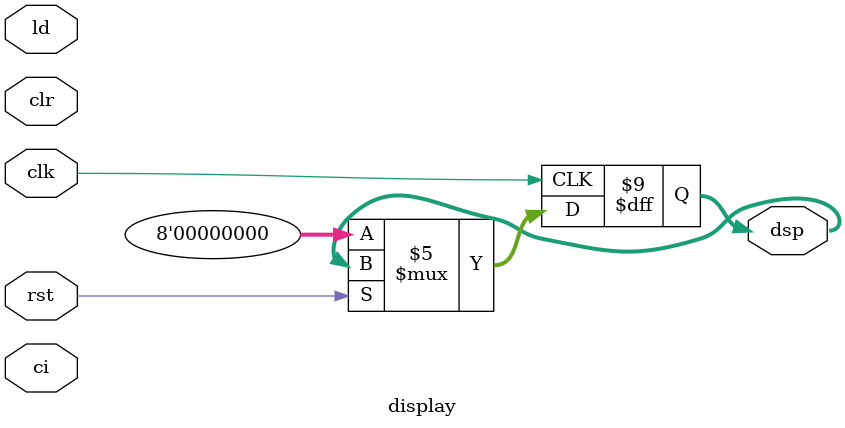
<source format=v>
`timescale 1ns/1ns

module display (clk, rst, ci, ld, clr, dsp);
	input   clk, rst, ci, ld, clr;
	output [7:0] dsp;
	reg    [7:0] dsp, cnt;

	always@(posedge clk) begin : counter
		if (rst == 1'b0) begin
			cnt <= 8'b00000000;
		end
		/* write answer below */

		/* write answer above */
	end
	
	always@(posedge clk) begin : register
		if (rst == 1'b0) begin
			dsp <= 8'b00000000;
		end
		/* write answer below */

		/* write answer above */
	end
	
endmodule

</source>
